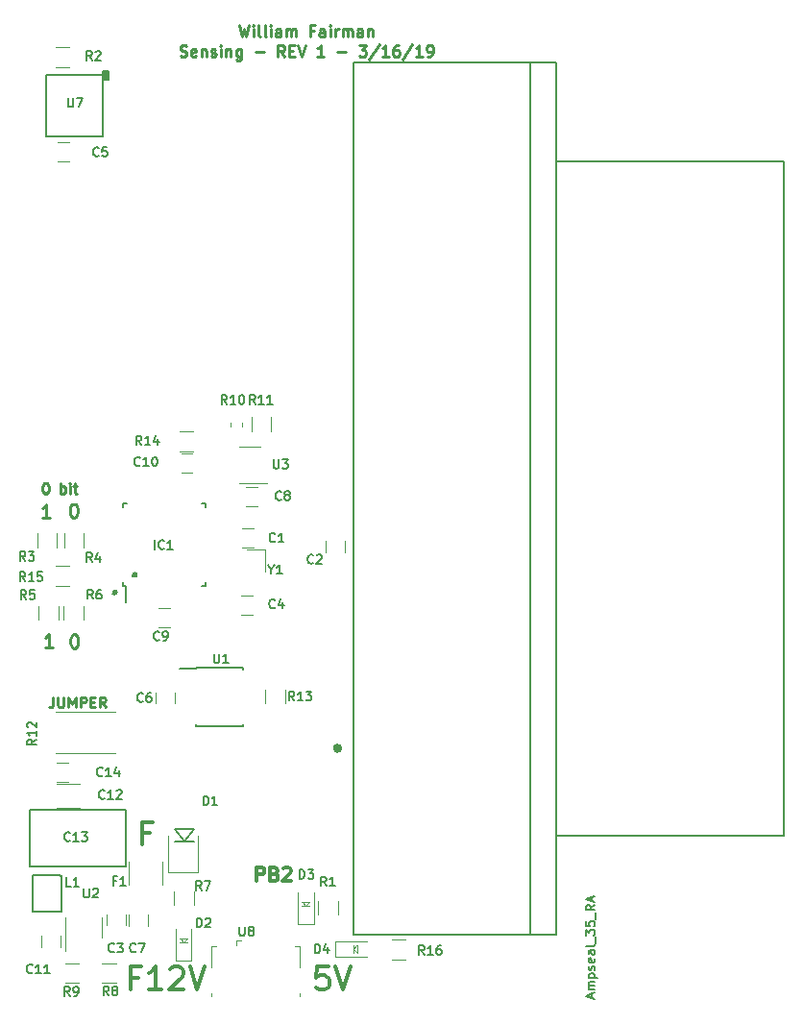
<source format=gbr>
G04 #@! TF.GenerationSoftware,KiCad,Pcbnew,5.0.0-fee4fd1~66~ubuntu16.04.1*
G04 #@! TF.CreationDate,2019-03-17T00:35:17-04:00*
G04 #@! TF.ProjectId,sensing_board,73656E73696E675F626F6172642E6B69,rev?*
G04 #@! TF.SameCoordinates,Original*
G04 #@! TF.FileFunction,Legend,Top*
G04 #@! TF.FilePolarity,Positive*
%FSLAX46Y46*%
G04 Gerber Fmt 4.6, Leading zero omitted, Abs format (unit mm)*
G04 Created by KiCad (PCBNEW 5.0.0-fee4fd1~66~ubuntu16.04.1) date Sun Mar 17 00:35:17 2019*
%MOMM*%
%LPD*%
G01*
G04 APERTURE LIST*
%ADD10C,0.300000*%
%ADD11C,0.225000*%
%ADD12C,0.250000*%
%ADD13C,0.120000*%
%ADD14C,0.100000*%
%ADD15C,0.500000*%
%ADD16C,0.150000*%
%ADD17C,0.127000*%
%ADD18C,0.400000*%
%ADD19C,0.200000*%
G04 APERTURE END LIST*
D10*
X191485714Y-123107142D02*
X190819047Y-123107142D01*
X190819047Y-124154761D02*
X190819047Y-122154761D01*
X191771428Y-122154761D01*
D11*
X182995714Y-111167142D02*
X182995714Y-111810000D01*
X182952857Y-111938571D01*
X182867142Y-112024285D01*
X182738571Y-112067142D01*
X182652857Y-112067142D01*
X183424285Y-111167142D02*
X183424285Y-111895714D01*
X183467142Y-111981428D01*
X183510000Y-112024285D01*
X183595714Y-112067142D01*
X183767142Y-112067142D01*
X183852857Y-112024285D01*
X183895714Y-111981428D01*
X183938571Y-111895714D01*
X183938571Y-111167142D01*
X184367142Y-112067142D02*
X184367142Y-111167142D01*
X184667142Y-111810000D01*
X184967142Y-111167142D01*
X184967142Y-112067142D01*
X185395714Y-112067142D02*
X185395714Y-111167142D01*
X185738571Y-111167142D01*
X185824285Y-111210000D01*
X185867142Y-111252857D01*
X185910000Y-111338571D01*
X185910000Y-111467142D01*
X185867142Y-111552857D01*
X185824285Y-111595714D01*
X185738571Y-111638571D01*
X185395714Y-111638571D01*
X186295714Y-111595714D02*
X186595714Y-111595714D01*
X186724285Y-112067142D02*
X186295714Y-112067142D01*
X186295714Y-111167142D01*
X186724285Y-111167142D01*
X187624285Y-112067142D02*
X187324285Y-111638571D01*
X187110000Y-112067142D02*
X187110000Y-111167142D01*
X187452857Y-111167142D01*
X187538571Y-111210000D01*
X187581428Y-111252857D01*
X187624285Y-111338571D01*
X187624285Y-111467142D01*
X187581428Y-111552857D01*
X187538571Y-111595714D01*
X187452857Y-111638571D01*
X187110000Y-111638571D01*
D10*
X207239047Y-134924761D02*
X206286666Y-134924761D01*
X206191428Y-135877142D01*
X206286666Y-135781904D01*
X206477142Y-135686666D01*
X206953333Y-135686666D01*
X207143809Y-135781904D01*
X207239047Y-135877142D01*
X207334285Y-136067619D01*
X207334285Y-136543809D01*
X207239047Y-136734285D01*
X207143809Y-136829523D01*
X206953333Y-136924761D01*
X206477142Y-136924761D01*
X206286666Y-136829523D01*
X206191428Y-136734285D01*
X207905714Y-134924761D02*
X208572380Y-136924761D01*
X209239047Y-134924761D01*
X190473809Y-135877142D02*
X189807142Y-135877142D01*
X189807142Y-136924761D02*
X189807142Y-134924761D01*
X190759523Y-134924761D01*
X192569047Y-136924761D02*
X191426190Y-136924761D01*
X191997619Y-136924761D02*
X191997619Y-134924761D01*
X191807142Y-135210476D01*
X191616666Y-135400952D01*
X191426190Y-135496190D01*
X193330952Y-135115238D02*
X193426190Y-135020000D01*
X193616666Y-134924761D01*
X194092857Y-134924761D01*
X194283333Y-135020000D01*
X194378571Y-135115238D01*
X194473809Y-135305714D01*
X194473809Y-135496190D01*
X194378571Y-135781904D01*
X193235714Y-136924761D01*
X194473809Y-136924761D01*
X195045238Y-134924761D02*
X195711904Y-136924761D01*
X196378571Y-134924761D01*
X200934285Y-127362857D02*
X200934285Y-126162857D01*
X201391428Y-126162857D01*
X201505714Y-126220000D01*
X201562857Y-126277142D01*
X201620000Y-126391428D01*
X201620000Y-126562857D01*
X201562857Y-126677142D01*
X201505714Y-126734285D01*
X201391428Y-126791428D01*
X200934285Y-126791428D01*
X202534285Y-126734285D02*
X202705714Y-126791428D01*
X202762857Y-126848571D01*
X202820000Y-126962857D01*
X202820000Y-127134285D01*
X202762857Y-127248571D01*
X202705714Y-127305714D01*
X202591428Y-127362857D01*
X202134285Y-127362857D01*
X202134285Y-126162857D01*
X202534285Y-126162857D01*
X202648571Y-126220000D01*
X202705714Y-126277142D01*
X202762857Y-126391428D01*
X202762857Y-126505714D01*
X202705714Y-126620000D01*
X202648571Y-126677142D01*
X202534285Y-126734285D01*
X202134285Y-126734285D01*
X203277142Y-126277142D02*
X203334285Y-126220000D01*
X203448571Y-126162857D01*
X203734285Y-126162857D01*
X203848571Y-126220000D01*
X203905714Y-126277142D01*
X203962857Y-126391428D01*
X203962857Y-126505714D01*
X203905714Y-126677142D01*
X203220000Y-127362857D01*
X203962857Y-127362857D01*
D12*
X199411428Y-51947380D02*
X199649523Y-52947380D01*
X199840000Y-52233095D01*
X200030476Y-52947380D01*
X200268571Y-51947380D01*
X200649523Y-52947380D02*
X200649523Y-52280714D01*
X200649523Y-51947380D02*
X200601904Y-51995000D01*
X200649523Y-52042619D01*
X200697142Y-51995000D01*
X200649523Y-51947380D01*
X200649523Y-52042619D01*
X201268571Y-52947380D02*
X201173333Y-52899761D01*
X201125714Y-52804523D01*
X201125714Y-51947380D01*
X201792380Y-52947380D02*
X201697142Y-52899761D01*
X201649523Y-52804523D01*
X201649523Y-51947380D01*
X202173333Y-52947380D02*
X202173333Y-52280714D01*
X202173333Y-51947380D02*
X202125714Y-51995000D01*
X202173333Y-52042619D01*
X202220952Y-51995000D01*
X202173333Y-51947380D01*
X202173333Y-52042619D01*
X203078095Y-52947380D02*
X203078095Y-52423571D01*
X203030476Y-52328333D01*
X202935238Y-52280714D01*
X202744761Y-52280714D01*
X202649523Y-52328333D01*
X203078095Y-52899761D02*
X202982857Y-52947380D01*
X202744761Y-52947380D01*
X202649523Y-52899761D01*
X202601904Y-52804523D01*
X202601904Y-52709285D01*
X202649523Y-52614047D01*
X202744761Y-52566428D01*
X202982857Y-52566428D01*
X203078095Y-52518809D01*
X203554285Y-52947380D02*
X203554285Y-52280714D01*
X203554285Y-52375952D02*
X203601904Y-52328333D01*
X203697142Y-52280714D01*
X203840000Y-52280714D01*
X203935238Y-52328333D01*
X203982857Y-52423571D01*
X203982857Y-52947380D01*
X203982857Y-52423571D02*
X204030476Y-52328333D01*
X204125714Y-52280714D01*
X204268571Y-52280714D01*
X204363809Y-52328333D01*
X204411428Y-52423571D01*
X204411428Y-52947380D01*
X205982857Y-52423571D02*
X205649523Y-52423571D01*
X205649523Y-52947380D02*
X205649523Y-51947380D01*
X206125714Y-51947380D01*
X206935238Y-52947380D02*
X206935238Y-52423571D01*
X206887619Y-52328333D01*
X206792380Y-52280714D01*
X206601904Y-52280714D01*
X206506666Y-52328333D01*
X206935238Y-52899761D02*
X206840000Y-52947380D01*
X206601904Y-52947380D01*
X206506666Y-52899761D01*
X206459047Y-52804523D01*
X206459047Y-52709285D01*
X206506666Y-52614047D01*
X206601904Y-52566428D01*
X206840000Y-52566428D01*
X206935238Y-52518809D01*
X207411428Y-52947380D02*
X207411428Y-52280714D01*
X207411428Y-51947380D02*
X207363809Y-51995000D01*
X207411428Y-52042619D01*
X207459047Y-51995000D01*
X207411428Y-51947380D01*
X207411428Y-52042619D01*
X207887619Y-52947380D02*
X207887619Y-52280714D01*
X207887619Y-52471190D02*
X207935238Y-52375952D01*
X207982857Y-52328333D01*
X208078095Y-52280714D01*
X208173333Y-52280714D01*
X208506666Y-52947380D02*
X208506666Y-52280714D01*
X208506666Y-52375952D02*
X208554285Y-52328333D01*
X208649523Y-52280714D01*
X208792380Y-52280714D01*
X208887619Y-52328333D01*
X208935238Y-52423571D01*
X208935238Y-52947380D01*
X208935238Y-52423571D02*
X208982857Y-52328333D01*
X209078095Y-52280714D01*
X209220952Y-52280714D01*
X209316190Y-52328333D01*
X209363809Y-52423571D01*
X209363809Y-52947380D01*
X210268571Y-52947380D02*
X210268571Y-52423571D01*
X210220952Y-52328333D01*
X210125714Y-52280714D01*
X209935238Y-52280714D01*
X209840000Y-52328333D01*
X210268571Y-52899761D02*
X210173333Y-52947380D01*
X209935238Y-52947380D01*
X209840000Y-52899761D01*
X209792380Y-52804523D01*
X209792380Y-52709285D01*
X209840000Y-52614047D01*
X209935238Y-52566428D01*
X210173333Y-52566428D01*
X210268571Y-52518809D01*
X210744761Y-52280714D02*
X210744761Y-52947380D01*
X210744761Y-52375952D02*
X210792380Y-52328333D01*
X210887619Y-52280714D01*
X211030476Y-52280714D01*
X211125714Y-52328333D01*
X211173333Y-52423571D01*
X211173333Y-52947380D01*
X194197142Y-54649761D02*
X194340000Y-54697380D01*
X194578095Y-54697380D01*
X194673333Y-54649761D01*
X194720952Y-54602142D01*
X194768571Y-54506904D01*
X194768571Y-54411666D01*
X194720952Y-54316428D01*
X194673333Y-54268809D01*
X194578095Y-54221190D01*
X194387619Y-54173571D01*
X194292380Y-54125952D01*
X194244761Y-54078333D01*
X194197142Y-53983095D01*
X194197142Y-53887857D01*
X194244761Y-53792619D01*
X194292380Y-53745000D01*
X194387619Y-53697380D01*
X194625714Y-53697380D01*
X194768571Y-53745000D01*
X195578095Y-54649761D02*
X195482857Y-54697380D01*
X195292380Y-54697380D01*
X195197142Y-54649761D01*
X195149523Y-54554523D01*
X195149523Y-54173571D01*
X195197142Y-54078333D01*
X195292380Y-54030714D01*
X195482857Y-54030714D01*
X195578095Y-54078333D01*
X195625714Y-54173571D01*
X195625714Y-54268809D01*
X195149523Y-54364047D01*
X196054285Y-54030714D02*
X196054285Y-54697380D01*
X196054285Y-54125952D02*
X196101904Y-54078333D01*
X196197142Y-54030714D01*
X196340000Y-54030714D01*
X196435238Y-54078333D01*
X196482857Y-54173571D01*
X196482857Y-54697380D01*
X196911428Y-54649761D02*
X197006666Y-54697380D01*
X197197142Y-54697380D01*
X197292380Y-54649761D01*
X197340000Y-54554523D01*
X197340000Y-54506904D01*
X197292380Y-54411666D01*
X197197142Y-54364047D01*
X197054285Y-54364047D01*
X196959047Y-54316428D01*
X196911428Y-54221190D01*
X196911428Y-54173571D01*
X196959047Y-54078333D01*
X197054285Y-54030714D01*
X197197142Y-54030714D01*
X197292380Y-54078333D01*
X197768571Y-54697380D02*
X197768571Y-54030714D01*
X197768571Y-53697380D02*
X197720952Y-53745000D01*
X197768571Y-53792619D01*
X197816190Y-53745000D01*
X197768571Y-53697380D01*
X197768571Y-53792619D01*
X198244761Y-54030714D02*
X198244761Y-54697380D01*
X198244761Y-54125952D02*
X198292380Y-54078333D01*
X198387619Y-54030714D01*
X198530476Y-54030714D01*
X198625714Y-54078333D01*
X198673333Y-54173571D01*
X198673333Y-54697380D01*
X199578095Y-54030714D02*
X199578095Y-54840238D01*
X199530476Y-54935476D01*
X199482857Y-54983095D01*
X199387619Y-55030714D01*
X199244761Y-55030714D01*
X199149523Y-54983095D01*
X199578095Y-54649761D02*
X199482857Y-54697380D01*
X199292380Y-54697380D01*
X199197142Y-54649761D01*
X199149523Y-54602142D01*
X199101904Y-54506904D01*
X199101904Y-54221190D01*
X199149523Y-54125952D01*
X199197142Y-54078333D01*
X199292380Y-54030714D01*
X199482857Y-54030714D01*
X199578095Y-54078333D01*
X200816190Y-54316428D02*
X201578095Y-54316428D01*
X203387619Y-54697380D02*
X203054285Y-54221190D01*
X202816190Y-54697380D02*
X202816190Y-53697380D01*
X203197142Y-53697380D01*
X203292380Y-53745000D01*
X203340000Y-53792619D01*
X203387619Y-53887857D01*
X203387619Y-54030714D01*
X203340000Y-54125952D01*
X203292380Y-54173571D01*
X203197142Y-54221190D01*
X202816190Y-54221190D01*
X203816190Y-54173571D02*
X204149523Y-54173571D01*
X204292380Y-54697380D02*
X203816190Y-54697380D01*
X203816190Y-53697380D01*
X204292380Y-53697380D01*
X204578095Y-53697380D02*
X204911428Y-54697380D01*
X205244761Y-53697380D01*
X206863809Y-54697380D02*
X206292380Y-54697380D01*
X206578095Y-54697380D02*
X206578095Y-53697380D01*
X206482857Y-53840238D01*
X206387619Y-53935476D01*
X206292380Y-53983095D01*
X208054285Y-54316428D02*
X208816190Y-54316428D01*
X209959047Y-53697380D02*
X210578095Y-53697380D01*
X210244761Y-54078333D01*
X210387619Y-54078333D01*
X210482857Y-54125952D01*
X210530476Y-54173571D01*
X210578095Y-54268809D01*
X210578095Y-54506904D01*
X210530476Y-54602142D01*
X210482857Y-54649761D01*
X210387619Y-54697380D01*
X210101904Y-54697380D01*
X210006666Y-54649761D01*
X209959047Y-54602142D01*
X211720952Y-53649761D02*
X210863809Y-54935476D01*
X212578095Y-54697380D02*
X212006666Y-54697380D01*
X212292380Y-54697380D02*
X212292380Y-53697380D01*
X212197142Y-53840238D01*
X212101904Y-53935476D01*
X212006666Y-53983095D01*
X213435238Y-53697380D02*
X213244761Y-53697380D01*
X213149523Y-53745000D01*
X213101904Y-53792619D01*
X213006666Y-53935476D01*
X212959047Y-54125952D01*
X212959047Y-54506904D01*
X213006666Y-54602142D01*
X213054285Y-54649761D01*
X213149523Y-54697380D01*
X213340000Y-54697380D01*
X213435238Y-54649761D01*
X213482857Y-54602142D01*
X213530476Y-54506904D01*
X213530476Y-54268809D01*
X213482857Y-54173571D01*
X213435238Y-54125952D01*
X213340000Y-54078333D01*
X213149523Y-54078333D01*
X213054285Y-54125952D01*
X213006666Y-54173571D01*
X212959047Y-54268809D01*
X214673333Y-53649761D02*
X213816190Y-54935476D01*
X215530476Y-54697380D02*
X214959047Y-54697380D01*
X215244761Y-54697380D02*
X215244761Y-53697380D01*
X215149523Y-53840238D01*
X215054285Y-53935476D01*
X214959047Y-53983095D01*
X216006666Y-54697380D02*
X216197142Y-54697380D01*
X216292380Y-54649761D01*
X216340000Y-54602142D01*
X216435238Y-54459285D01*
X216482857Y-54268809D01*
X216482857Y-53887857D01*
X216435238Y-53792619D01*
X216387619Y-53745000D01*
X216292380Y-53697380D01*
X216101904Y-53697380D01*
X216006666Y-53745000D01*
X215959047Y-53792619D01*
X215911428Y-53887857D01*
X215911428Y-54125952D01*
X215959047Y-54221190D01*
X216006666Y-54268809D01*
X216101904Y-54316428D01*
X216292380Y-54316428D01*
X216387619Y-54268809D01*
X216435238Y-54221190D01*
X216482857Y-54125952D01*
D11*
X182295714Y-92297142D02*
X182381428Y-92297142D01*
X182467142Y-92340000D01*
X182510000Y-92382857D01*
X182552857Y-92468571D01*
X182595714Y-92640000D01*
X182595714Y-92854285D01*
X182552857Y-93025714D01*
X182510000Y-93111428D01*
X182467142Y-93154285D01*
X182381428Y-93197142D01*
X182295714Y-93197142D01*
X182210000Y-93154285D01*
X182167142Y-93111428D01*
X182124285Y-93025714D01*
X182081428Y-92854285D01*
X182081428Y-92640000D01*
X182124285Y-92468571D01*
X182167142Y-92382857D01*
X182210000Y-92340000D01*
X182295714Y-92297142D01*
X183667142Y-93197142D02*
X183667142Y-92297142D01*
X183667142Y-92640000D02*
X183752857Y-92597142D01*
X183924285Y-92597142D01*
X184010000Y-92640000D01*
X184052857Y-92682857D01*
X184095714Y-92768571D01*
X184095714Y-93025714D01*
X184052857Y-93111428D01*
X184010000Y-93154285D01*
X183924285Y-93197142D01*
X183752857Y-93197142D01*
X183667142Y-93154285D01*
X184481428Y-93197142D02*
X184481428Y-92597142D01*
X184481428Y-92297142D02*
X184438571Y-92340000D01*
X184481428Y-92382857D01*
X184524285Y-92340000D01*
X184481428Y-92297142D01*
X184481428Y-92382857D01*
X184781428Y-92597142D02*
X185124285Y-92597142D01*
X184910000Y-92297142D02*
X184910000Y-93068571D01*
X184952857Y-93154285D01*
X185038571Y-93197142D01*
X185124285Y-93197142D01*
X184812857Y-105632857D02*
X184927142Y-105632857D01*
X185041428Y-105690000D01*
X185098571Y-105747142D01*
X185155714Y-105861428D01*
X185212857Y-106090000D01*
X185212857Y-106375714D01*
X185155714Y-106604285D01*
X185098571Y-106718571D01*
X185041428Y-106775714D01*
X184927142Y-106832857D01*
X184812857Y-106832857D01*
X184698571Y-106775714D01*
X184641428Y-106718571D01*
X184584285Y-106604285D01*
X184527142Y-106375714D01*
X184527142Y-106090000D01*
X184584285Y-105861428D01*
X184641428Y-105747142D01*
X184698571Y-105690000D01*
X184812857Y-105632857D01*
X182962857Y-106792857D02*
X182277142Y-106792857D01*
X182620000Y-106792857D02*
X182620000Y-105592857D01*
X182505714Y-105764285D01*
X182391428Y-105878571D01*
X182277142Y-105935714D01*
X184762857Y-94132857D02*
X184877142Y-94132857D01*
X184991428Y-94190000D01*
X185048571Y-94247142D01*
X185105714Y-94361428D01*
X185162857Y-94590000D01*
X185162857Y-94875714D01*
X185105714Y-95104285D01*
X185048571Y-95218571D01*
X184991428Y-95275714D01*
X184877142Y-95332857D01*
X184762857Y-95332857D01*
X184648571Y-95275714D01*
X184591428Y-95218571D01*
X184534285Y-95104285D01*
X184477142Y-94875714D01*
X184477142Y-94590000D01*
X184534285Y-94361428D01*
X184591428Y-94247142D01*
X184648571Y-94190000D01*
X184762857Y-94132857D01*
X182752857Y-95372857D02*
X182067142Y-95372857D01*
X182410000Y-95372857D02*
X182410000Y-94172857D01*
X182295714Y-94344285D01*
X182181428Y-94458571D01*
X182067142Y-94515714D01*
D13*
G04 #@! TO.C,R15*
X183230000Y-99620000D02*
X184430000Y-99620000D01*
X184430000Y-101380000D02*
X183230000Y-101380000D01*
G04 #@! TO.C,R3*
X183340000Y-96740000D02*
X183340000Y-97940000D01*
X181580000Y-97940000D02*
X181580000Y-96740000D01*
G04 #@! TO.C,C1*
X199650000Y-97960000D02*
X200650000Y-97960000D01*
X200650000Y-96260000D02*
X199650000Y-96260000D01*
G04 #@! TO.C,C2*
X207000000Y-97400000D02*
X207000000Y-98400000D01*
X208700000Y-98400000D02*
X208700000Y-97400000D01*
G04 #@! TO.C,C3*
X187722140Y-130289680D02*
X187722140Y-131289680D01*
X189422140Y-131289680D02*
X189422140Y-130289680D01*
G04 #@! TO.C,C4*
X199550000Y-103890000D02*
X200550000Y-103890000D01*
X200550000Y-102190000D02*
X199550000Y-102190000D01*
G04 #@! TO.C,C5*
X183385840Y-63960000D02*
X184385840Y-63960000D01*
X184385840Y-62260000D02*
X183385840Y-62260000D01*
G04 #@! TO.C,C6*
X193700000Y-111720000D02*
X193700000Y-110720000D01*
X192000000Y-110720000D02*
X192000000Y-111720000D01*
G04 #@! TO.C,C7*
X191319520Y-131300600D02*
X191319520Y-130300600D01*
X189619520Y-130300600D02*
X189619520Y-131300600D01*
G04 #@! TO.C,C8*
X200990000Y-92640000D02*
X199990000Y-92640000D01*
X199990000Y-94340000D02*
X200990000Y-94340000D01*
G04 #@! TO.C,C9*
X193311760Y-103309200D02*
X192311760Y-103309200D01*
X192311760Y-105009200D02*
X193311760Y-105009200D01*
G04 #@! TO.C,C10*
X195280000Y-89670000D02*
X194280000Y-89670000D01*
X194280000Y-91370000D02*
X195280000Y-91370000D01*
D14*
G04 #@! TO.C,D3*
X205620000Y-129540000D02*
X205270000Y-129540000D01*
X205270000Y-129540000D02*
X204920000Y-129540000D01*
X205620000Y-129190000D02*
X205270000Y-129540000D01*
X205570000Y-129190000D02*
X205620000Y-129190000D01*
X205620000Y-129190000D02*
X205570000Y-129190000D01*
X204920000Y-129190000D02*
X205570000Y-129190000D01*
X204970000Y-129240000D02*
X204920000Y-129190000D01*
X205270000Y-129540000D02*
X204970000Y-129240000D01*
D13*
X204570000Y-131140000D02*
X205970000Y-131140000D01*
X205970000Y-131140000D02*
X205970000Y-128340000D01*
X204570000Y-131140000D02*
X204570000Y-128340000D01*
D15*
G04 #@! TO.C,IC1*
X190206480Y-100379680D02*
G75*
G03X190206480Y-100379680I-50800J0D01*
G01*
X188453880Y-101929080D02*
G75*
G03X188453880Y-101929080I-50800J0D01*
G01*
D16*
X189172280Y-101337680D02*
X189397280Y-101337680D01*
X189172280Y-94087680D02*
X189497280Y-94087680D01*
X196422280Y-94087680D02*
X196097280Y-94087680D01*
X196422280Y-101337680D02*
X196097280Y-101337680D01*
X189172280Y-101337680D02*
X189172280Y-101012680D01*
X196422280Y-101337680D02*
X196422280Y-101012680D01*
X196422280Y-94087680D02*
X196422280Y-94412680D01*
X189172280Y-94087680D02*
X189172280Y-94412680D01*
X189397280Y-101337680D02*
X189397280Y-102762680D01*
D13*
G04 #@! TO.C,R1*
X206370000Y-130330000D02*
X206370000Y-129130000D01*
X208130000Y-129130000D02*
X208130000Y-130330000D01*
G04 #@! TO.C,R2*
X184400000Y-55630000D02*
X183200000Y-55630000D01*
X183200000Y-53870000D02*
X184400000Y-53870000D01*
G04 #@! TO.C,R4*
X185719920Y-96739960D02*
X185719920Y-97939960D01*
X183959920Y-97939960D02*
X183959920Y-96739960D01*
G04 #@! TO.C,R10*
X198640000Y-87332779D02*
X198640000Y-87007221D01*
X199660000Y-87332779D02*
X199660000Y-87007221D01*
G04 #@! TO.C,R11*
X202220000Y-86490000D02*
X202220000Y-87690000D01*
X200460000Y-87690000D02*
X200460000Y-86490000D01*
G04 #@! TO.C,R13*
X203427680Y-110529440D02*
X203427680Y-111729440D01*
X201667680Y-111729440D02*
X201667680Y-110529440D01*
G04 #@! TO.C,R14*
X195370000Y-89480000D02*
X194170000Y-89480000D01*
X194170000Y-87720000D02*
X195370000Y-87720000D01*
D16*
G04 #@! TO.C,U1*
X195565400Y-108564600D02*
X195565400Y-108614600D01*
X199715400Y-108564600D02*
X199715400Y-108709600D01*
X199715400Y-113714600D02*
X199715400Y-113569600D01*
X195565400Y-113714600D02*
X195565400Y-113569600D01*
X195565400Y-108564600D02*
X199715400Y-108564600D01*
X195565400Y-113714600D02*
X199715400Y-113714600D01*
X195565400Y-108614600D02*
X194165400Y-108614600D01*
D13*
G04 #@! TO.C,U3*
X199429600Y-92267600D02*
X201879600Y-92267600D01*
X201229600Y-89047600D02*
X199429600Y-89047600D01*
D16*
G04 #@! TO.C,U7*
X182376520Y-61740240D02*
X182376520Y-56340240D01*
X182376520Y-56347840D02*
X187376520Y-56347840D01*
X182376520Y-61740240D02*
X187376520Y-61740240D01*
X187370720Y-61740240D02*
X187370720Y-56340240D01*
G36*
X187370720Y-56703440D02*
X187853320Y-56703440D01*
X187853320Y-55992240D01*
X187370720Y-55992240D01*
X187370720Y-56703440D01*
G37*
X187370720Y-56703440D02*
X187853320Y-56703440D01*
X187853320Y-55992240D01*
X187370720Y-55992240D01*
X187370720Y-56703440D01*
D13*
G04 #@! TO.C,U8*
X199138560Y-132599080D02*
X199138560Y-133049080D01*
X199138560Y-132599080D02*
X199588560Y-132599080D01*
X204738560Y-133149080D02*
X204288560Y-133149080D01*
X204738560Y-134999080D02*
X204738560Y-133149080D01*
X196938560Y-137549080D02*
X196938560Y-137299080D01*
X204738560Y-137549080D02*
X204738560Y-137299080D01*
X196938560Y-134999080D02*
X196938560Y-133149080D01*
X196938560Y-133149080D02*
X197388560Y-133149080D01*
D14*
G04 #@! TO.C,Y1*
X201659240Y-98117880D02*
X201659240Y-100117880D01*
X201659240Y-98117880D02*
X200059240Y-98117880D01*
D17*
G04 #@! TO.C,J1*
X247411680Y-123366520D02*
X247411680Y-63966520D01*
X247411680Y-63966520D02*
X227361680Y-63966520D01*
X227361680Y-63966520D02*
X227361680Y-55216520D01*
X225061680Y-55216520D02*
X209511680Y-55216520D01*
X209511680Y-55216520D02*
X209511680Y-132116520D01*
X209511680Y-132116520D02*
X225061680Y-132116520D01*
X227361680Y-132116520D02*
X227361680Y-123366520D01*
X227361680Y-123366520D02*
X247411680Y-123366520D01*
X227361680Y-123366520D02*
X227361680Y-63966520D01*
D18*
X208261680Y-115666520D02*
G75*
G03X208261680Y-115666520I-200000J0D01*
G01*
D17*
X225061680Y-132116520D02*
X225061680Y-55216520D01*
X227361680Y-132116520D02*
X225061680Y-132116520D01*
X227361680Y-55216520D02*
X225061680Y-55216520D01*
D13*
G04 #@! TO.C,R5*
X183490000Y-103120000D02*
X183490000Y-104320000D01*
X181730000Y-104320000D02*
X181730000Y-103120000D01*
G04 #@! TO.C,R6*
X183930000Y-104320000D02*
X183930000Y-103120000D01*
X185690000Y-103120000D02*
X185690000Y-104320000D01*
G04 #@! TO.C,C11*
X183660000Y-133220000D02*
X183660000Y-132220000D01*
X181960000Y-132220000D02*
X181960000Y-133220000D01*
G04 #@! TO.C,C12*
X185337960Y-118842600D02*
X183337960Y-118842600D01*
X183337960Y-120882600D02*
X185337960Y-120882600D01*
G04 #@! TO.C,C14*
X184350000Y-116970000D02*
X183350000Y-116970000D01*
X183350000Y-118670000D02*
X184350000Y-118670000D01*
D19*
G04 #@! TO.C,D1*
X195430000Y-122798000D02*
X194530000Y-123898000D01*
X193730000Y-122798000D02*
X195430000Y-122798000D01*
X194530000Y-123898000D02*
X193730000Y-122798000D01*
X193730000Y-123898000D02*
X195430000Y-123898000D01*
D13*
X193096500Y-126573000D02*
X195763500Y-126573000D01*
X195763500Y-126573000D02*
X195763500Y-123398000D01*
X193096500Y-126573000D02*
X193096500Y-123398000D01*
G04 #@! TO.C,D2*
X193800000Y-134350000D02*
X193800000Y-131550000D01*
X195200000Y-134350000D02*
X195200000Y-131550000D01*
X193800000Y-134350000D02*
X195200000Y-134350000D01*
D14*
X194500000Y-132750000D02*
X194200000Y-132450000D01*
X194200000Y-132450000D02*
X194150000Y-132400000D01*
X194150000Y-132400000D02*
X194800000Y-132400000D01*
X194850000Y-132400000D02*
X194800000Y-132400000D01*
X194800000Y-132400000D02*
X194850000Y-132400000D01*
X194850000Y-132400000D02*
X194500000Y-132750000D01*
X194500000Y-132750000D02*
X194150000Y-132750000D01*
X194850000Y-132750000D02*
X194500000Y-132750000D01*
G04 #@! TO.C,D4*
X209460000Y-133710000D02*
X209460000Y-133360000D01*
X209460000Y-133360000D02*
X209460000Y-133010000D01*
X209810000Y-133710000D02*
X209460000Y-133360000D01*
X209810000Y-133660000D02*
X209810000Y-133710000D01*
X209810000Y-133710000D02*
X209810000Y-133660000D01*
X209810000Y-133010000D02*
X209810000Y-133660000D01*
X209760000Y-133060000D02*
X209810000Y-133010000D01*
X209460000Y-133360000D02*
X209760000Y-133060000D01*
D13*
X207860000Y-132660000D02*
X207860000Y-134060000D01*
X207860000Y-134060000D02*
X210660000Y-134060000D01*
X207860000Y-132660000D02*
X210660000Y-132660000D01*
G04 #@! TO.C,F1*
X192630000Y-125670000D02*
X192630000Y-127670000D01*
X189670000Y-127670000D02*
X189670000Y-125670000D01*
G04 #@! TO.C,R7*
X193620000Y-129460000D02*
X193620000Y-128260000D01*
X195380000Y-128260000D02*
X195380000Y-129460000D01*
G04 #@! TO.C,R8*
X187330000Y-134610000D02*
X188530000Y-134610000D01*
X188530000Y-136370000D02*
X187330000Y-136370000D01*
G04 #@! TO.C,R9*
X185280000Y-136370000D02*
X184080000Y-136370000D01*
X184080000Y-134610000D02*
X185280000Y-134610000D01*
G04 #@! TO.C,R12*
X183251800Y-112472380D02*
X188451800Y-112472380D01*
X188451800Y-116112380D02*
X183251800Y-116112380D01*
G04 #@! TO.C,R16*
X212860000Y-132510000D02*
X214060000Y-132510000D01*
X214060000Y-134270000D02*
X212860000Y-134270000D01*
D16*
G04 #@! TO.C,L1*
X183670000Y-126910000D02*
X183640000Y-126880000D01*
X181190000Y-126880000D02*
X183640000Y-126880000D01*
X181200000Y-130080000D02*
X183700000Y-130080000D01*
X183700000Y-130080000D02*
X183700000Y-126880000D01*
X181200000Y-130080000D02*
X181200000Y-126880000D01*
D13*
G04 #@! TO.C,U2*
X184097020Y-130547540D02*
X184097020Y-133497540D01*
X187317020Y-132347540D02*
X187317020Y-130547540D01*
D16*
G04 #@! TO.C,C13*
X180938040Y-121076080D02*
X189438040Y-121076080D01*
X189438040Y-121076080D02*
X189438040Y-126076080D01*
X189438040Y-126076080D02*
X180938040Y-126076080D01*
X180938040Y-126076080D02*
X180938040Y-121076080D01*
G04 #@! TO.C,R15*
X180535714Y-100931904D02*
X180269047Y-100550952D01*
X180078571Y-100931904D02*
X180078571Y-100131904D01*
X180383333Y-100131904D01*
X180459523Y-100170000D01*
X180497619Y-100208095D01*
X180535714Y-100284285D01*
X180535714Y-100398571D01*
X180497619Y-100474761D01*
X180459523Y-100512857D01*
X180383333Y-100550952D01*
X180078571Y-100550952D01*
X181297619Y-100931904D02*
X180840476Y-100931904D01*
X181069047Y-100931904D02*
X181069047Y-100131904D01*
X180992857Y-100246190D01*
X180916666Y-100322380D01*
X180840476Y-100360476D01*
X182021428Y-100131904D02*
X181640476Y-100131904D01*
X181602380Y-100512857D01*
X181640476Y-100474761D01*
X181716666Y-100436666D01*
X181907142Y-100436666D01*
X181983333Y-100474761D01*
X182021428Y-100512857D01*
X182059523Y-100589047D01*
X182059523Y-100779523D01*
X182021428Y-100855714D01*
X181983333Y-100893809D01*
X181907142Y-100931904D01*
X181716666Y-100931904D01*
X181640476Y-100893809D01*
X181602380Y-100855714D01*
G04 #@! TO.C,R3*
X180556666Y-99121904D02*
X180290000Y-98740952D01*
X180099523Y-99121904D02*
X180099523Y-98321904D01*
X180404285Y-98321904D01*
X180480476Y-98360000D01*
X180518571Y-98398095D01*
X180556666Y-98474285D01*
X180556666Y-98588571D01*
X180518571Y-98664761D01*
X180480476Y-98702857D01*
X180404285Y-98740952D01*
X180099523Y-98740952D01*
X180823333Y-98321904D02*
X181318571Y-98321904D01*
X181051904Y-98626666D01*
X181166190Y-98626666D01*
X181242380Y-98664761D01*
X181280476Y-98702857D01*
X181318571Y-98779047D01*
X181318571Y-98969523D01*
X181280476Y-99045714D01*
X181242380Y-99083809D01*
X181166190Y-99121904D01*
X180937619Y-99121904D01*
X180861428Y-99083809D01*
X180823333Y-99045714D01*
G04 #@! TO.C,C1*
X202566666Y-97415714D02*
X202528571Y-97453809D01*
X202414285Y-97491904D01*
X202338095Y-97491904D01*
X202223809Y-97453809D01*
X202147619Y-97377619D01*
X202109523Y-97301428D01*
X202071428Y-97149047D01*
X202071428Y-97034761D01*
X202109523Y-96882380D01*
X202147619Y-96806190D01*
X202223809Y-96730000D01*
X202338095Y-96691904D01*
X202414285Y-96691904D01*
X202528571Y-96730000D01*
X202566666Y-96768095D01*
X203328571Y-97491904D02*
X202871428Y-97491904D01*
X203100000Y-97491904D02*
X203100000Y-96691904D01*
X203023809Y-96806190D01*
X202947619Y-96882380D01*
X202871428Y-96920476D01*
G04 #@! TO.C,C2*
X205936666Y-99325714D02*
X205898571Y-99363809D01*
X205784285Y-99401904D01*
X205708095Y-99401904D01*
X205593809Y-99363809D01*
X205517619Y-99287619D01*
X205479523Y-99211428D01*
X205441428Y-99059047D01*
X205441428Y-98944761D01*
X205479523Y-98792380D01*
X205517619Y-98716190D01*
X205593809Y-98640000D01*
X205708095Y-98601904D01*
X205784285Y-98601904D01*
X205898571Y-98640000D01*
X205936666Y-98678095D01*
X206241428Y-98678095D02*
X206279523Y-98640000D01*
X206355714Y-98601904D01*
X206546190Y-98601904D01*
X206622380Y-98640000D01*
X206660476Y-98678095D01*
X206698571Y-98754285D01*
X206698571Y-98830476D01*
X206660476Y-98944761D01*
X206203333Y-99401904D01*
X206698571Y-99401904D01*
G04 #@! TO.C,C3*
X188366666Y-133585714D02*
X188328571Y-133623809D01*
X188214285Y-133661904D01*
X188138095Y-133661904D01*
X188023809Y-133623809D01*
X187947619Y-133547619D01*
X187909523Y-133471428D01*
X187871428Y-133319047D01*
X187871428Y-133204761D01*
X187909523Y-133052380D01*
X187947619Y-132976190D01*
X188023809Y-132900000D01*
X188138095Y-132861904D01*
X188214285Y-132861904D01*
X188328571Y-132900000D01*
X188366666Y-132938095D01*
X188633333Y-132861904D02*
X189128571Y-132861904D01*
X188861904Y-133166666D01*
X188976190Y-133166666D01*
X189052380Y-133204761D01*
X189090476Y-133242857D01*
X189128571Y-133319047D01*
X189128571Y-133509523D01*
X189090476Y-133585714D01*
X189052380Y-133623809D01*
X188976190Y-133661904D01*
X188747619Y-133661904D01*
X188671428Y-133623809D01*
X188633333Y-133585714D01*
G04 #@! TO.C,C4*
X202546666Y-103265714D02*
X202508571Y-103303809D01*
X202394285Y-103341904D01*
X202318095Y-103341904D01*
X202203809Y-103303809D01*
X202127619Y-103227619D01*
X202089523Y-103151428D01*
X202051428Y-102999047D01*
X202051428Y-102884761D01*
X202089523Y-102732380D01*
X202127619Y-102656190D01*
X202203809Y-102580000D01*
X202318095Y-102541904D01*
X202394285Y-102541904D01*
X202508571Y-102580000D01*
X202546666Y-102618095D01*
X203232380Y-102808571D02*
X203232380Y-103341904D01*
X203041904Y-102503809D02*
X202851428Y-103075238D01*
X203346666Y-103075238D01*
G04 #@! TO.C,C5*
X187016666Y-63425714D02*
X186978571Y-63463809D01*
X186864285Y-63501904D01*
X186788095Y-63501904D01*
X186673809Y-63463809D01*
X186597619Y-63387619D01*
X186559523Y-63311428D01*
X186521428Y-63159047D01*
X186521428Y-63044761D01*
X186559523Y-62892380D01*
X186597619Y-62816190D01*
X186673809Y-62740000D01*
X186788095Y-62701904D01*
X186864285Y-62701904D01*
X186978571Y-62740000D01*
X187016666Y-62778095D01*
X187740476Y-62701904D02*
X187359523Y-62701904D01*
X187321428Y-63082857D01*
X187359523Y-63044761D01*
X187435714Y-63006666D01*
X187626190Y-63006666D01*
X187702380Y-63044761D01*
X187740476Y-63082857D01*
X187778571Y-63159047D01*
X187778571Y-63349523D01*
X187740476Y-63425714D01*
X187702380Y-63463809D01*
X187626190Y-63501904D01*
X187435714Y-63501904D01*
X187359523Y-63463809D01*
X187321428Y-63425714D01*
G04 #@! TO.C,C6*
X190916666Y-111515714D02*
X190878571Y-111553809D01*
X190764285Y-111591904D01*
X190688095Y-111591904D01*
X190573809Y-111553809D01*
X190497619Y-111477619D01*
X190459523Y-111401428D01*
X190421428Y-111249047D01*
X190421428Y-111134761D01*
X190459523Y-110982380D01*
X190497619Y-110906190D01*
X190573809Y-110830000D01*
X190688095Y-110791904D01*
X190764285Y-110791904D01*
X190878571Y-110830000D01*
X190916666Y-110868095D01*
X191602380Y-110791904D02*
X191450000Y-110791904D01*
X191373809Y-110830000D01*
X191335714Y-110868095D01*
X191259523Y-110982380D01*
X191221428Y-111134761D01*
X191221428Y-111439523D01*
X191259523Y-111515714D01*
X191297619Y-111553809D01*
X191373809Y-111591904D01*
X191526190Y-111591904D01*
X191602380Y-111553809D01*
X191640476Y-111515714D01*
X191678571Y-111439523D01*
X191678571Y-111249047D01*
X191640476Y-111172857D01*
X191602380Y-111134761D01*
X191526190Y-111096666D01*
X191373809Y-111096666D01*
X191297619Y-111134761D01*
X191259523Y-111172857D01*
X191221428Y-111249047D01*
G04 #@! TO.C,C7*
X190266666Y-133565714D02*
X190228571Y-133603809D01*
X190114285Y-133641904D01*
X190038095Y-133641904D01*
X189923809Y-133603809D01*
X189847619Y-133527619D01*
X189809523Y-133451428D01*
X189771428Y-133299047D01*
X189771428Y-133184761D01*
X189809523Y-133032380D01*
X189847619Y-132956190D01*
X189923809Y-132880000D01*
X190038095Y-132841904D01*
X190114285Y-132841904D01*
X190228571Y-132880000D01*
X190266666Y-132918095D01*
X190533333Y-132841904D02*
X191066666Y-132841904D01*
X190723809Y-133641904D01*
G04 #@! TO.C,C8*
X203106666Y-93735714D02*
X203068571Y-93773809D01*
X202954285Y-93811904D01*
X202878095Y-93811904D01*
X202763809Y-93773809D01*
X202687619Y-93697619D01*
X202649523Y-93621428D01*
X202611428Y-93469047D01*
X202611428Y-93354761D01*
X202649523Y-93202380D01*
X202687619Y-93126190D01*
X202763809Y-93050000D01*
X202878095Y-93011904D01*
X202954285Y-93011904D01*
X203068571Y-93050000D01*
X203106666Y-93088095D01*
X203563809Y-93354761D02*
X203487619Y-93316666D01*
X203449523Y-93278571D01*
X203411428Y-93202380D01*
X203411428Y-93164285D01*
X203449523Y-93088095D01*
X203487619Y-93050000D01*
X203563809Y-93011904D01*
X203716190Y-93011904D01*
X203792380Y-93050000D01*
X203830476Y-93088095D01*
X203868571Y-93164285D01*
X203868571Y-93202380D01*
X203830476Y-93278571D01*
X203792380Y-93316666D01*
X203716190Y-93354761D01*
X203563809Y-93354761D01*
X203487619Y-93392857D01*
X203449523Y-93430952D01*
X203411428Y-93507142D01*
X203411428Y-93659523D01*
X203449523Y-93735714D01*
X203487619Y-93773809D01*
X203563809Y-93811904D01*
X203716190Y-93811904D01*
X203792380Y-93773809D01*
X203830476Y-93735714D01*
X203868571Y-93659523D01*
X203868571Y-93507142D01*
X203830476Y-93430952D01*
X203792380Y-93392857D01*
X203716190Y-93354761D01*
G04 #@! TO.C,C9*
X192343906Y-106085754D02*
X192305811Y-106123849D01*
X192191525Y-106161944D01*
X192115335Y-106161944D01*
X192001049Y-106123849D01*
X191924859Y-106047659D01*
X191886763Y-105971468D01*
X191848668Y-105819087D01*
X191848668Y-105704801D01*
X191886763Y-105552420D01*
X191924859Y-105476230D01*
X192001049Y-105400040D01*
X192115335Y-105361944D01*
X192191525Y-105361944D01*
X192305811Y-105400040D01*
X192343906Y-105438135D01*
X192724859Y-106161944D02*
X192877240Y-106161944D01*
X192953430Y-106123849D01*
X192991525Y-106085754D01*
X193067716Y-105971468D01*
X193105811Y-105819087D01*
X193105811Y-105514325D01*
X193067716Y-105438135D01*
X193029620Y-105400040D01*
X192953430Y-105361944D01*
X192801049Y-105361944D01*
X192724859Y-105400040D01*
X192686763Y-105438135D01*
X192648668Y-105514325D01*
X192648668Y-105704801D01*
X192686763Y-105780992D01*
X192724859Y-105819087D01*
X192801049Y-105857182D01*
X192953430Y-105857182D01*
X193029620Y-105819087D01*
X193067716Y-105780992D01*
X193105811Y-105704801D01*
G04 #@! TO.C,C10*
X190655714Y-90715714D02*
X190617619Y-90753809D01*
X190503333Y-90791904D01*
X190427142Y-90791904D01*
X190312857Y-90753809D01*
X190236666Y-90677619D01*
X190198571Y-90601428D01*
X190160476Y-90449047D01*
X190160476Y-90334761D01*
X190198571Y-90182380D01*
X190236666Y-90106190D01*
X190312857Y-90030000D01*
X190427142Y-89991904D01*
X190503333Y-89991904D01*
X190617619Y-90030000D01*
X190655714Y-90068095D01*
X191417619Y-90791904D02*
X190960476Y-90791904D01*
X191189047Y-90791904D02*
X191189047Y-89991904D01*
X191112857Y-90106190D01*
X191036666Y-90182380D01*
X190960476Y-90220476D01*
X191912857Y-89991904D02*
X191989047Y-89991904D01*
X192065238Y-90030000D01*
X192103333Y-90068095D01*
X192141428Y-90144285D01*
X192179523Y-90296666D01*
X192179523Y-90487142D01*
X192141428Y-90639523D01*
X192103333Y-90715714D01*
X192065238Y-90753809D01*
X191989047Y-90791904D01*
X191912857Y-90791904D01*
X191836666Y-90753809D01*
X191798571Y-90715714D01*
X191760476Y-90639523D01*
X191722380Y-90487142D01*
X191722380Y-90296666D01*
X191760476Y-90144285D01*
X191798571Y-90068095D01*
X191836666Y-90030000D01*
X191912857Y-89991904D01*
G04 #@! TO.C,D3*
X204729523Y-127151904D02*
X204729523Y-126351904D01*
X204920000Y-126351904D01*
X205034285Y-126390000D01*
X205110476Y-126466190D01*
X205148571Y-126542380D01*
X205186666Y-126694761D01*
X205186666Y-126809047D01*
X205148571Y-126961428D01*
X205110476Y-127037619D01*
X205034285Y-127113809D01*
X204920000Y-127151904D01*
X204729523Y-127151904D01*
X205453333Y-126351904D02*
X205948571Y-126351904D01*
X205681904Y-126656666D01*
X205796190Y-126656666D01*
X205872380Y-126694761D01*
X205910476Y-126732857D01*
X205948571Y-126809047D01*
X205948571Y-126999523D01*
X205910476Y-127075714D01*
X205872380Y-127113809D01*
X205796190Y-127151904D01*
X205567619Y-127151904D01*
X205491428Y-127113809D01*
X205453333Y-127075714D01*
G04 #@! TO.C,IC1*
X191919047Y-98121904D02*
X191919047Y-97321904D01*
X192757142Y-98045714D02*
X192719047Y-98083809D01*
X192604761Y-98121904D01*
X192528571Y-98121904D01*
X192414285Y-98083809D01*
X192338095Y-98007619D01*
X192300000Y-97931428D01*
X192261904Y-97779047D01*
X192261904Y-97664761D01*
X192300000Y-97512380D01*
X192338095Y-97436190D01*
X192414285Y-97360000D01*
X192528571Y-97321904D01*
X192604761Y-97321904D01*
X192719047Y-97360000D01*
X192757142Y-97398095D01*
X193519047Y-98121904D02*
X193061904Y-98121904D01*
X193290476Y-98121904D02*
X193290476Y-97321904D01*
X193214285Y-97436190D01*
X193138095Y-97512380D01*
X193061904Y-97550476D01*
G04 #@! TO.C,R1*
X207076666Y-127791904D02*
X206810000Y-127410952D01*
X206619523Y-127791904D02*
X206619523Y-126991904D01*
X206924285Y-126991904D01*
X207000476Y-127030000D01*
X207038571Y-127068095D01*
X207076666Y-127144285D01*
X207076666Y-127258571D01*
X207038571Y-127334761D01*
X207000476Y-127372857D01*
X206924285Y-127410952D01*
X206619523Y-127410952D01*
X207838571Y-127791904D02*
X207381428Y-127791904D01*
X207610000Y-127791904D02*
X207610000Y-126991904D01*
X207533809Y-127106190D01*
X207457619Y-127182380D01*
X207381428Y-127220476D01*
G04 #@! TO.C,R2*
X186426666Y-55031904D02*
X186160000Y-54650952D01*
X185969523Y-55031904D02*
X185969523Y-54231904D01*
X186274285Y-54231904D01*
X186350476Y-54270000D01*
X186388571Y-54308095D01*
X186426666Y-54384285D01*
X186426666Y-54498571D01*
X186388571Y-54574761D01*
X186350476Y-54612857D01*
X186274285Y-54650952D01*
X185969523Y-54650952D01*
X186731428Y-54308095D02*
X186769523Y-54270000D01*
X186845714Y-54231904D01*
X187036190Y-54231904D01*
X187112380Y-54270000D01*
X187150476Y-54308095D01*
X187188571Y-54384285D01*
X187188571Y-54460476D01*
X187150476Y-54574761D01*
X186693333Y-55031904D01*
X187188571Y-55031904D01*
G04 #@! TO.C,R4*
X186416666Y-99231904D02*
X186150000Y-98850952D01*
X185959523Y-99231904D02*
X185959523Y-98431904D01*
X186264285Y-98431904D01*
X186340476Y-98470000D01*
X186378571Y-98508095D01*
X186416666Y-98584285D01*
X186416666Y-98698571D01*
X186378571Y-98774761D01*
X186340476Y-98812857D01*
X186264285Y-98850952D01*
X185959523Y-98850952D01*
X187102380Y-98698571D02*
X187102380Y-99231904D01*
X186911904Y-98393809D02*
X186721428Y-98965238D01*
X187216666Y-98965238D01*
G04 #@! TO.C,R10*
X198315714Y-85321904D02*
X198049047Y-84940952D01*
X197858571Y-85321904D02*
X197858571Y-84521904D01*
X198163333Y-84521904D01*
X198239523Y-84560000D01*
X198277619Y-84598095D01*
X198315714Y-84674285D01*
X198315714Y-84788571D01*
X198277619Y-84864761D01*
X198239523Y-84902857D01*
X198163333Y-84940952D01*
X197858571Y-84940952D01*
X199077619Y-85321904D02*
X198620476Y-85321904D01*
X198849047Y-85321904D02*
X198849047Y-84521904D01*
X198772857Y-84636190D01*
X198696666Y-84712380D01*
X198620476Y-84750476D01*
X199572857Y-84521904D02*
X199649047Y-84521904D01*
X199725238Y-84560000D01*
X199763333Y-84598095D01*
X199801428Y-84674285D01*
X199839523Y-84826666D01*
X199839523Y-85017142D01*
X199801428Y-85169523D01*
X199763333Y-85245714D01*
X199725238Y-85283809D01*
X199649047Y-85321904D01*
X199572857Y-85321904D01*
X199496666Y-85283809D01*
X199458571Y-85245714D01*
X199420476Y-85169523D01*
X199382380Y-85017142D01*
X199382380Y-84826666D01*
X199420476Y-84674285D01*
X199458571Y-84598095D01*
X199496666Y-84560000D01*
X199572857Y-84521904D01*
G04 #@! TO.C,R11*
X200825714Y-85321904D02*
X200559047Y-84940952D01*
X200368571Y-85321904D02*
X200368571Y-84521904D01*
X200673333Y-84521904D01*
X200749523Y-84560000D01*
X200787619Y-84598095D01*
X200825714Y-84674285D01*
X200825714Y-84788571D01*
X200787619Y-84864761D01*
X200749523Y-84902857D01*
X200673333Y-84940952D01*
X200368571Y-84940952D01*
X201587619Y-85321904D02*
X201130476Y-85321904D01*
X201359047Y-85321904D02*
X201359047Y-84521904D01*
X201282857Y-84636190D01*
X201206666Y-84712380D01*
X201130476Y-84750476D01*
X202349523Y-85321904D02*
X201892380Y-85321904D01*
X202120952Y-85321904D02*
X202120952Y-84521904D01*
X202044761Y-84636190D01*
X201968571Y-84712380D01*
X201892380Y-84750476D01*
G04 #@! TO.C,R13*
X204255714Y-111461904D02*
X203989047Y-111080952D01*
X203798571Y-111461904D02*
X203798571Y-110661904D01*
X204103333Y-110661904D01*
X204179523Y-110700000D01*
X204217619Y-110738095D01*
X204255714Y-110814285D01*
X204255714Y-110928571D01*
X204217619Y-111004761D01*
X204179523Y-111042857D01*
X204103333Y-111080952D01*
X203798571Y-111080952D01*
X205017619Y-111461904D02*
X204560476Y-111461904D01*
X204789047Y-111461904D02*
X204789047Y-110661904D01*
X204712857Y-110776190D01*
X204636666Y-110852380D01*
X204560476Y-110890476D01*
X205284285Y-110661904D02*
X205779523Y-110661904D01*
X205512857Y-110966666D01*
X205627142Y-110966666D01*
X205703333Y-111004761D01*
X205741428Y-111042857D01*
X205779523Y-111119047D01*
X205779523Y-111309523D01*
X205741428Y-111385714D01*
X205703333Y-111423809D01*
X205627142Y-111461904D01*
X205398571Y-111461904D01*
X205322380Y-111423809D01*
X205284285Y-111385714D01*
G04 #@! TO.C,R14*
X190785714Y-88931904D02*
X190519047Y-88550952D01*
X190328571Y-88931904D02*
X190328571Y-88131904D01*
X190633333Y-88131904D01*
X190709523Y-88170000D01*
X190747619Y-88208095D01*
X190785714Y-88284285D01*
X190785714Y-88398571D01*
X190747619Y-88474761D01*
X190709523Y-88512857D01*
X190633333Y-88550952D01*
X190328571Y-88550952D01*
X191547619Y-88931904D02*
X191090476Y-88931904D01*
X191319047Y-88931904D02*
X191319047Y-88131904D01*
X191242857Y-88246190D01*
X191166666Y-88322380D01*
X191090476Y-88360476D01*
X192233333Y-88398571D02*
X192233333Y-88931904D01*
X192042857Y-88093809D02*
X191852380Y-88665238D01*
X192347619Y-88665238D01*
G04 #@! TO.C,U1*
X197180476Y-107341904D02*
X197180476Y-107989523D01*
X197218571Y-108065714D01*
X197256666Y-108103809D01*
X197332857Y-108141904D01*
X197485238Y-108141904D01*
X197561428Y-108103809D01*
X197599523Y-108065714D01*
X197637619Y-107989523D01*
X197637619Y-107341904D01*
X198437619Y-108141904D02*
X197980476Y-108141904D01*
X198209047Y-108141904D02*
X198209047Y-107341904D01*
X198132857Y-107456190D01*
X198056666Y-107532380D01*
X197980476Y-107570476D01*
G04 #@! TO.C,U3*
X202430476Y-90201904D02*
X202430476Y-90849523D01*
X202468571Y-90925714D01*
X202506666Y-90963809D01*
X202582857Y-91001904D01*
X202735238Y-91001904D01*
X202811428Y-90963809D01*
X202849523Y-90925714D01*
X202887619Y-90849523D01*
X202887619Y-90201904D01*
X203192380Y-90201904D02*
X203687619Y-90201904D01*
X203420952Y-90506666D01*
X203535238Y-90506666D01*
X203611428Y-90544761D01*
X203649523Y-90582857D01*
X203687619Y-90659047D01*
X203687619Y-90849523D01*
X203649523Y-90925714D01*
X203611428Y-90963809D01*
X203535238Y-91001904D01*
X203306666Y-91001904D01*
X203230476Y-90963809D01*
X203192380Y-90925714D01*
G04 #@! TO.C,U7*
X184310476Y-58351904D02*
X184310476Y-58999523D01*
X184348571Y-59075714D01*
X184386666Y-59113809D01*
X184462857Y-59151904D01*
X184615238Y-59151904D01*
X184691428Y-59113809D01*
X184729523Y-59075714D01*
X184767619Y-58999523D01*
X184767619Y-58351904D01*
X185072380Y-58351904D02*
X185605714Y-58351904D01*
X185262857Y-59151904D01*
G04 #@! TO.C,U8*
X199420476Y-131381904D02*
X199420476Y-132029523D01*
X199458571Y-132105714D01*
X199496666Y-132143809D01*
X199572857Y-132181904D01*
X199725238Y-132181904D01*
X199801428Y-132143809D01*
X199839523Y-132105714D01*
X199877619Y-132029523D01*
X199877619Y-131381904D01*
X200372857Y-131724761D02*
X200296666Y-131686666D01*
X200258571Y-131648571D01*
X200220476Y-131572380D01*
X200220476Y-131534285D01*
X200258571Y-131458095D01*
X200296666Y-131420000D01*
X200372857Y-131381904D01*
X200525238Y-131381904D01*
X200601428Y-131420000D01*
X200639523Y-131458095D01*
X200677619Y-131534285D01*
X200677619Y-131572380D01*
X200639523Y-131648571D01*
X200601428Y-131686666D01*
X200525238Y-131724761D01*
X200372857Y-131724761D01*
X200296666Y-131762857D01*
X200258571Y-131800952D01*
X200220476Y-131877142D01*
X200220476Y-132029523D01*
X200258571Y-132105714D01*
X200296666Y-132143809D01*
X200372857Y-132181904D01*
X200525238Y-132181904D01*
X200601428Y-132143809D01*
X200639523Y-132105714D01*
X200677619Y-132029523D01*
X200677619Y-131877142D01*
X200639523Y-131800952D01*
X200601428Y-131762857D01*
X200525238Y-131724761D01*
G04 #@! TO.C,Y1*
X202229047Y-99910952D02*
X202229047Y-100291904D01*
X201962380Y-99491904D02*
X202229047Y-99910952D01*
X202495714Y-99491904D01*
X203181428Y-100291904D02*
X202724285Y-100291904D01*
X202952857Y-100291904D02*
X202952857Y-99491904D01*
X202876666Y-99606190D01*
X202800476Y-99682380D01*
X202724285Y-99720476D01*
G04 #@! TO.C,J1*
X230503333Y-137668095D02*
X230503333Y-137287142D01*
X230731904Y-137744285D02*
X229931904Y-137477619D01*
X230731904Y-137210952D01*
X230731904Y-136944285D02*
X230198571Y-136944285D01*
X230274761Y-136944285D02*
X230236666Y-136906190D01*
X230198571Y-136830000D01*
X230198571Y-136715714D01*
X230236666Y-136639523D01*
X230312857Y-136601428D01*
X230731904Y-136601428D01*
X230312857Y-136601428D02*
X230236666Y-136563333D01*
X230198571Y-136487142D01*
X230198571Y-136372857D01*
X230236666Y-136296666D01*
X230312857Y-136258571D01*
X230731904Y-136258571D01*
X230198571Y-135877619D02*
X230998571Y-135877619D01*
X230236666Y-135877619D02*
X230198571Y-135801428D01*
X230198571Y-135649047D01*
X230236666Y-135572857D01*
X230274761Y-135534761D01*
X230350952Y-135496666D01*
X230579523Y-135496666D01*
X230655714Y-135534761D01*
X230693809Y-135572857D01*
X230731904Y-135649047D01*
X230731904Y-135801428D01*
X230693809Y-135877619D01*
X230693809Y-135191904D02*
X230731904Y-135115714D01*
X230731904Y-134963333D01*
X230693809Y-134887142D01*
X230617619Y-134849047D01*
X230579523Y-134849047D01*
X230503333Y-134887142D01*
X230465238Y-134963333D01*
X230465238Y-135077619D01*
X230427142Y-135153809D01*
X230350952Y-135191904D01*
X230312857Y-135191904D01*
X230236666Y-135153809D01*
X230198571Y-135077619D01*
X230198571Y-134963333D01*
X230236666Y-134887142D01*
X230693809Y-134201428D02*
X230731904Y-134277619D01*
X230731904Y-134430000D01*
X230693809Y-134506190D01*
X230617619Y-134544285D01*
X230312857Y-134544285D01*
X230236666Y-134506190D01*
X230198571Y-134430000D01*
X230198571Y-134277619D01*
X230236666Y-134201428D01*
X230312857Y-134163333D01*
X230389047Y-134163333D01*
X230465238Y-134544285D01*
X230731904Y-133477619D02*
X230312857Y-133477619D01*
X230236666Y-133515714D01*
X230198571Y-133591904D01*
X230198571Y-133744285D01*
X230236666Y-133820476D01*
X230693809Y-133477619D02*
X230731904Y-133553809D01*
X230731904Y-133744285D01*
X230693809Y-133820476D01*
X230617619Y-133858571D01*
X230541428Y-133858571D01*
X230465238Y-133820476D01*
X230427142Y-133744285D01*
X230427142Y-133553809D01*
X230389047Y-133477619D01*
X230731904Y-132982380D02*
X230693809Y-133058571D01*
X230617619Y-133096666D01*
X229931904Y-133096666D01*
X230808095Y-132868095D02*
X230808095Y-132258571D01*
X229931904Y-132144285D02*
X229931904Y-131649047D01*
X230236666Y-131915714D01*
X230236666Y-131801428D01*
X230274761Y-131725238D01*
X230312857Y-131687142D01*
X230389047Y-131649047D01*
X230579523Y-131649047D01*
X230655714Y-131687142D01*
X230693809Y-131725238D01*
X230731904Y-131801428D01*
X230731904Y-132030000D01*
X230693809Y-132106190D01*
X230655714Y-132144285D01*
X229931904Y-130925238D02*
X229931904Y-131306190D01*
X230312857Y-131344285D01*
X230274761Y-131306190D01*
X230236666Y-131230000D01*
X230236666Y-131039523D01*
X230274761Y-130963333D01*
X230312857Y-130925238D01*
X230389047Y-130887142D01*
X230579523Y-130887142D01*
X230655714Y-130925238D01*
X230693809Y-130963333D01*
X230731904Y-131039523D01*
X230731904Y-131230000D01*
X230693809Y-131306190D01*
X230655714Y-131344285D01*
X230808095Y-130734761D02*
X230808095Y-130125238D01*
X230731904Y-129477619D02*
X230350952Y-129744285D01*
X230731904Y-129934761D02*
X229931904Y-129934761D01*
X229931904Y-129630000D01*
X229970000Y-129553809D01*
X230008095Y-129515714D01*
X230084285Y-129477619D01*
X230198571Y-129477619D01*
X230274761Y-129515714D01*
X230312857Y-129553809D01*
X230350952Y-129630000D01*
X230350952Y-129934761D01*
X230503333Y-129172857D02*
X230503333Y-128791904D01*
X230731904Y-129249047D02*
X229931904Y-128982380D01*
X230731904Y-128715714D01*
G04 #@! TO.C,R5*
X180626666Y-102511904D02*
X180360000Y-102130952D01*
X180169523Y-102511904D02*
X180169523Y-101711904D01*
X180474285Y-101711904D01*
X180550476Y-101750000D01*
X180588571Y-101788095D01*
X180626666Y-101864285D01*
X180626666Y-101978571D01*
X180588571Y-102054761D01*
X180550476Y-102092857D01*
X180474285Y-102130952D01*
X180169523Y-102130952D01*
X181350476Y-101711904D02*
X180969523Y-101711904D01*
X180931428Y-102092857D01*
X180969523Y-102054761D01*
X181045714Y-102016666D01*
X181236190Y-102016666D01*
X181312380Y-102054761D01*
X181350476Y-102092857D01*
X181388571Y-102169047D01*
X181388571Y-102359523D01*
X181350476Y-102435714D01*
X181312380Y-102473809D01*
X181236190Y-102511904D01*
X181045714Y-102511904D01*
X180969523Y-102473809D01*
X180931428Y-102435714D01*
G04 #@! TO.C,R6*
X186506666Y-102501904D02*
X186240000Y-102120952D01*
X186049523Y-102501904D02*
X186049523Y-101701904D01*
X186354285Y-101701904D01*
X186430476Y-101740000D01*
X186468571Y-101778095D01*
X186506666Y-101854285D01*
X186506666Y-101968571D01*
X186468571Y-102044761D01*
X186430476Y-102082857D01*
X186354285Y-102120952D01*
X186049523Y-102120952D01*
X187192380Y-101701904D02*
X187040000Y-101701904D01*
X186963809Y-101740000D01*
X186925714Y-101778095D01*
X186849523Y-101892380D01*
X186811428Y-102044761D01*
X186811428Y-102349523D01*
X186849523Y-102425714D01*
X186887619Y-102463809D01*
X186963809Y-102501904D01*
X187116190Y-102501904D01*
X187192380Y-102463809D01*
X187230476Y-102425714D01*
X187268571Y-102349523D01*
X187268571Y-102159047D01*
X187230476Y-102082857D01*
X187192380Y-102044761D01*
X187116190Y-102006666D01*
X186963809Y-102006666D01*
X186887619Y-102044761D01*
X186849523Y-102082857D01*
X186811428Y-102159047D01*
G04 #@! TO.C,C11*
X181185714Y-135435714D02*
X181147619Y-135473809D01*
X181033333Y-135511904D01*
X180957142Y-135511904D01*
X180842857Y-135473809D01*
X180766666Y-135397619D01*
X180728571Y-135321428D01*
X180690476Y-135169047D01*
X180690476Y-135054761D01*
X180728571Y-134902380D01*
X180766666Y-134826190D01*
X180842857Y-134750000D01*
X180957142Y-134711904D01*
X181033333Y-134711904D01*
X181147619Y-134750000D01*
X181185714Y-134788095D01*
X181947619Y-135511904D02*
X181490476Y-135511904D01*
X181719047Y-135511904D02*
X181719047Y-134711904D01*
X181642857Y-134826190D01*
X181566666Y-134902380D01*
X181490476Y-134940476D01*
X182709523Y-135511904D02*
X182252380Y-135511904D01*
X182480952Y-135511904D02*
X182480952Y-134711904D01*
X182404761Y-134826190D01*
X182328571Y-134902380D01*
X182252380Y-134940476D01*
G04 #@! TO.C,C12*
X187525714Y-120065714D02*
X187487619Y-120103809D01*
X187373333Y-120141904D01*
X187297142Y-120141904D01*
X187182857Y-120103809D01*
X187106666Y-120027619D01*
X187068571Y-119951428D01*
X187030476Y-119799047D01*
X187030476Y-119684761D01*
X187068571Y-119532380D01*
X187106666Y-119456190D01*
X187182857Y-119380000D01*
X187297142Y-119341904D01*
X187373333Y-119341904D01*
X187487619Y-119380000D01*
X187525714Y-119418095D01*
X188287619Y-120141904D02*
X187830476Y-120141904D01*
X188059047Y-120141904D02*
X188059047Y-119341904D01*
X187982857Y-119456190D01*
X187906666Y-119532380D01*
X187830476Y-119570476D01*
X188592380Y-119418095D02*
X188630476Y-119380000D01*
X188706666Y-119341904D01*
X188897142Y-119341904D01*
X188973333Y-119380000D01*
X189011428Y-119418095D01*
X189049523Y-119494285D01*
X189049523Y-119570476D01*
X189011428Y-119684761D01*
X188554285Y-120141904D01*
X189049523Y-120141904D01*
G04 #@! TO.C,C14*
X187345714Y-118075714D02*
X187307619Y-118113809D01*
X187193333Y-118151904D01*
X187117142Y-118151904D01*
X187002857Y-118113809D01*
X186926666Y-118037619D01*
X186888571Y-117961428D01*
X186850476Y-117809047D01*
X186850476Y-117694761D01*
X186888571Y-117542380D01*
X186926666Y-117466190D01*
X187002857Y-117390000D01*
X187117142Y-117351904D01*
X187193333Y-117351904D01*
X187307619Y-117390000D01*
X187345714Y-117428095D01*
X188107619Y-118151904D02*
X187650476Y-118151904D01*
X187879047Y-118151904D02*
X187879047Y-117351904D01*
X187802857Y-117466190D01*
X187726666Y-117542380D01*
X187650476Y-117580476D01*
X188793333Y-117618571D02*
X188793333Y-118151904D01*
X188602857Y-117313809D02*
X188412380Y-117885238D01*
X188907619Y-117885238D01*
G04 #@! TO.C,D1*
X196229523Y-120681904D02*
X196229523Y-119881904D01*
X196420000Y-119881904D01*
X196534285Y-119920000D01*
X196610476Y-119996190D01*
X196648571Y-120072380D01*
X196686666Y-120224761D01*
X196686666Y-120339047D01*
X196648571Y-120491428D01*
X196610476Y-120567619D01*
X196534285Y-120643809D01*
X196420000Y-120681904D01*
X196229523Y-120681904D01*
X197448571Y-120681904D02*
X196991428Y-120681904D01*
X197220000Y-120681904D02*
X197220000Y-119881904D01*
X197143809Y-119996190D01*
X197067619Y-120072380D01*
X196991428Y-120110476D01*
G04 #@! TO.C,D2*
X195639523Y-131451904D02*
X195639523Y-130651904D01*
X195830000Y-130651904D01*
X195944285Y-130690000D01*
X196020476Y-130766190D01*
X196058571Y-130842380D01*
X196096666Y-130994761D01*
X196096666Y-131109047D01*
X196058571Y-131261428D01*
X196020476Y-131337619D01*
X195944285Y-131413809D01*
X195830000Y-131451904D01*
X195639523Y-131451904D01*
X196401428Y-130728095D02*
X196439523Y-130690000D01*
X196515714Y-130651904D01*
X196706190Y-130651904D01*
X196782380Y-130690000D01*
X196820476Y-130728095D01*
X196858571Y-130804285D01*
X196858571Y-130880476D01*
X196820476Y-130994761D01*
X196363333Y-131451904D01*
X196858571Y-131451904D01*
G04 #@! TO.C,D4*
X206079523Y-133721904D02*
X206079523Y-132921904D01*
X206270000Y-132921904D01*
X206384285Y-132960000D01*
X206460476Y-133036190D01*
X206498571Y-133112380D01*
X206536666Y-133264761D01*
X206536666Y-133379047D01*
X206498571Y-133531428D01*
X206460476Y-133607619D01*
X206384285Y-133683809D01*
X206270000Y-133721904D01*
X206079523Y-133721904D01*
X207222380Y-133188571D02*
X207222380Y-133721904D01*
X207031904Y-132883809D02*
X206841428Y-133455238D01*
X207336666Y-133455238D01*
G04 #@! TO.C,F1*
X188543333Y-127342857D02*
X188276666Y-127342857D01*
X188276666Y-127761904D02*
X188276666Y-126961904D01*
X188657619Y-126961904D01*
X189381428Y-127761904D02*
X188924285Y-127761904D01*
X189152857Y-127761904D02*
X189152857Y-126961904D01*
X189076666Y-127076190D01*
X189000476Y-127152380D01*
X188924285Y-127190476D01*
G04 #@! TO.C,R7*
X196086666Y-128171904D02*
X195820000Y-127790952D01*
X195629523Y-128171904D02*
X195629523Y-127371904D01*
X195934285Y-127371904D01*
X196010476Y-127410000D01*
X196048571Y-127448095D01*
X196086666Y-127524285D01*
X196086666Y-127638571D01*
X196048571Y-127714761D01*
X196010476Y-127752857D01*
X195934285Y-127790952D01*
X195629523Y-127790952D01*
X196353333Y-127371904D02*
X196886666Y-127371904D01*
X196543809Y-128171904D01*
G04 #@! TO.C,R8*
X187906666Y-137461904D02*
X187640000Y-137080952D01*
X187449523Y-137461904D02*
X187449523Y-136661904D01*
X187754285Y-136661904D01*
X187830476Y-136700000D01*
X187868571Y-136738095D01*
X187906666Y-136814285D01*
X187906666Y-136928571D01*
X187868571Y-137004761D01*
X187830476Y-137042857D01*
X187754285Y-137080952D01*
X187449523Y-137080952D01*
X188363809Y-137004761D02*
X188287619Y-136966666D01*
X188249523Y-136928571D01*
X188211428Y-136852380D01*
X188211428Y-136814285D01*
X188249523Y-136738095D01*
X188287619Y-136700000D01*
X188363809Y-136661904D01*
X188516190Y-136661904D01*
X188592380Y-136700000D01*
X188630476Y-136738095D01*
X188668571Y-136814285D01*
X188668571Y-136852380D01*
X188630476Y-136928571D01*
X188592380Y-136966666D01*
X188516190Y-137004761D01*
X188363809Y-137004761D01*
X188287619Y-137042857D01*
X188249523Y-137080952D01*
X188211428Y-137157142D01*
X188211428Y-137309523D01*
X188249523Y-137385714D01*
X188287619Y-137423809D01*
X188363809Y-137461904D01*
X188516190Y-137461904D01*
X188592380Y-137423809D01*
X188630476Y-137385714D01*
X188668571Y-137309523D01*
X188668571Y-137157142D01*
X188630476Y-137080952D01*
X188592380Y-137042857D01*
X188516190Y-137004761D01*
G04 #@! TO.C,R9*
X184466666Y-137491904D02*
X184200000Y-137110952D01*
X184009523Y-137491904D02*
X184009523Y-136691904D01*
X184314285Y-136691904D01*
X184390476Y-136730000D01*
X184428571Y-136768095D01*
X184466666Y-136844285D01*
X184466666Y-136958571D01*
X184428571Y-137034761D01*
X184390476Y-137072857D01*
X184314285Y-137110952D01*
X184009523Y-137110952D01*
X184847619Y-137491904D02*
X185000000Y-137491904D01*
X185076190Y-137453809D01*
X185114285Y-137415714D01*
X185190476Y-137301428D01*
X185228571Y-137149047D01*
X185228571Y-136844285D01*
X185190476Y-136768095D01*
X185152380Y-136730000D01*
X185076190Y-136691904D01*
X184923809Y-136691904D01*
X184847619Y-136730000D01*
X184809523Y-136768095D01*
X184771428Y-136844285D01*
X184771428Y-137034761D01*
X184809523Y-137110952D01*
X184847619Y-137149047D01*
X184923809Y-137187142D01*
X185076190Y-137187142D01*
X185152380Y-137149047D01*
X185190476Y-137110952D01*
X185228571Y-137034761D01*
G04 #@! TO.C,R12*
X181507084Y-114877785D02*
X181126132Y-115144452D01*
X181507084Y-115334928D02*
X180707084Y-115334928D01*
X180707084Y-115030166D01*
X180745180Y-114953976D01*
X180783275Y-114915880D01*
X180859465Y-114877785D01*
X180973751Y-114877785D01*
X181049941Y-114915880D01*
X181088037Y-114953976D01*
X181126132Y-115030166D01*
X181126132Y-115334928D01*
X181507084Y-114115880D02*
X181507084Y-114573023D01*
X181507084Y-114344452D02*
X180707084Y-114344452D01*
X180821370Y-114420642D01*
X180897560Y-114496833D01*
X180935656Y-114573023D01*
X180783275Y-113811119D02*
X180745180Y-113773023D01*
X180707084Y-113696833D01*
X180707084Y-113506357D01*
X180745180Y-113430166D01*
X180783275Y-113392071D01*
X180859465Y-113353976D01*
X180935656Y-113353976D01*
X181049941Y-113392071D01*
X181507084Y-113849214D01*
X181507084Y-113353976D01*
G04 #@! TO.C,R16*
X215705714Y-133861904D02*
X215439047Y-133480952D01*
X215248571Y-133861904D02*
X215248571Y-133061904D01*
X215553333Y-133061904D01*
X215629523Y-133100000D01*
X215667619Y-133138095D01*
X215705714Y-133214285D01*
X215705714Y-133328571D01*
X215667619Y-133404761D01*
X215629523Y-133442857D01*
X215553333Y-133480952D01*
X215248571Y-133480952D01*
X216467619Y-133861904D02*
X216010476Y-133861904D01*
X216239047Y-133861904D02*
X216239047Y-133061904D01*
X216162857Y-133176190D01*
X216086666Y-133252380D01*
X216010476Y-133290476D01*
X217153333Y-133061904D02*
X217000952Y-133061904D01*
X216924761Y-133100000D01*
X216886666Y-133138095D01*
X216810476Y-133252380D01*
X216772380Y-133404761D01*
X216772380Y-133709523D01*
X216810476Y-133785714D01*
X216848571Y-133823809D01*
X216924761Y-133861904D01*
X217077142Y-133861904D01*
X217153333Y-133823809D01*
X217191428Y-133785714D01*
X217229523Y-133709523D01*
X217229523Y-133519047D01*
X217191428Y-133442857D01*
X217153333Y-133404761D01*
X217077142Y-133366666D01*
X216924761Y-133366666D01*
X216848571Y-133404761D01*
X216810476Y-133442857D01*
X216772380Y-133519047D01*
G04 #@! TO.C,L1*
X184576666Y-127831904D02*
X184195714Y-127831904D01*
X184195714Y-127031904D01*
X185262380Y-127831904D02*
X184805238Y-127831904D01*
X185033809Y-127831904D02*
X185033809Y-127031904D01*
X184957619Y-127146190D01*
X184881428Y-127222380D01*
X184805238Y-127260476D01*
G04 #@! TO.C,U2*
X185720476Y-128031904D02*
X185720476Y-128679523D01*
X185758571Y-128755714D01*
X185796666Y-128793809D01*
X185872857Y-128831904D01*
X186025238Y-128831904D01*
X186101428Y-128793809D01*
X186139523Y-128755714D01*
X186177619Y-128679523D01*
X186177619Y-128031904D01*
X186520476Y-128108095D02*
X186558571Y-128070000D01*
X186634761Y-128031904D01*
X186825238Y-128031904D01*
X186901428Y-128070000D01*
X186939523Y-128108095D01*
X186977619Y-128184285D01*
X186977619Y-128260476D01*
X186939523Y-128374761D01*
X186482380Y-128831904D01*
X186977619Y-128831904D01*
G04 #@! TO.C,C13*
X184475714Y-123785714D02*
X184437619Y-123823809D01*
X184323333Y-123861904D01*
X184247142Y-123861904D01*
X184132857Y-123823809D01*
X184056666Y-123747619D01*
X184018571Y-123671428D01*
X183980476Y-123519047D01*
X183980476Y-123404761D01*
X184018571Y-123252380D01*
X184056666Y-123176190D01*
X184132857Y-123100000D01*
X184247142Y-123061904D01*
X184323333Y-123061904D01*
X184437619Y-123100000D01*
X184475714Y-123138095D01*
X185237619Y-123861904D02*
X184780476Y-123861904D01*
X185009047Y-123861904D02*
X185009047Y-123061904D01*
X184932857Y-123176190D01*
X184856666Y-123252380D01*
X184780476Y-123290476D01*
X185504285Y-123061904D02*
X185999523Y-123061904D01*
X185732857Y-123366666D01*
X185847142Y-123366666D01*
X185923333Y-123404761D01*
X185961428Y-123442857D01*
X185999523Y-123519047D01*
X185999523Y-123709523D01*
X185961428Y-123785714D01*
X185923333Y-123823809D01*
X185847142Y-123861904D01*
X185618571Y-123861904D01*
X185542380Y-123823809D01*
X185504285Y-123785714D01*
G04 #@! TD*
M02*

</source>
